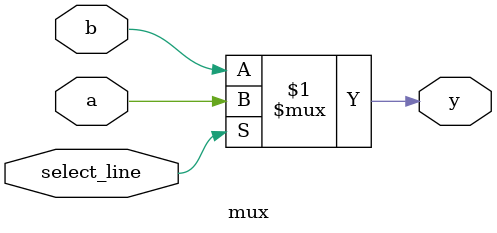
<source format=v>
module mux(y,select_line,a,b);
    input select_line,a,b;
    output y;
    assign y = (select_line) ? a : b;
endmodule

</source>
